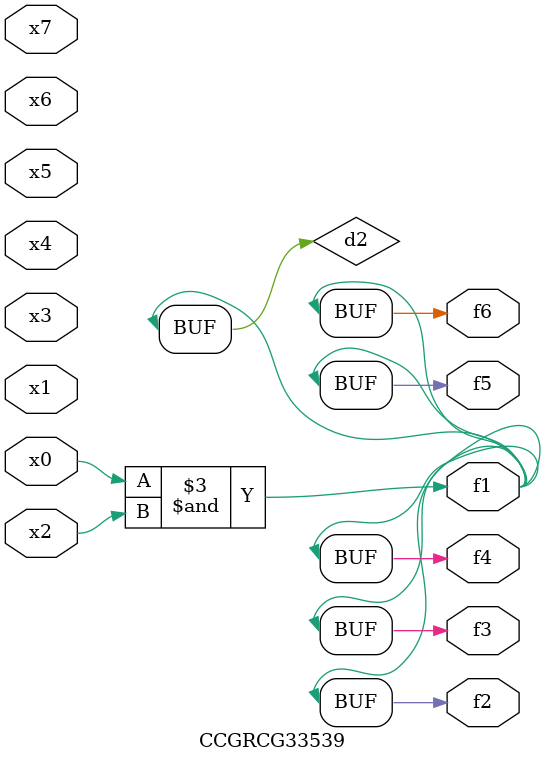
<source format=v>
module CCGRCG33539(
	input x0, x1, x2, x3, x4, x5, x6, x7,
	output f1, f2, f3, f4, f5, f6
);

	wire d1, d2;

	nor (d1, x3, x6);
	and (d2, x0, x2);
	assign f1 = d2;
	assign f2 = d2;
	assign f3 = d2;
	assign f4 = d2;
	assign f5 = d2;
	assign f6 = d2;
endmodule

</source>
